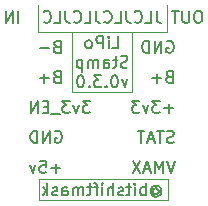
<source format=gbr>
%TF.GenerationSoftware,KiCad,Pcbnew,5.1.8*%
%TF.CreationDate,2020-11-29T14:50:24+01:00*%
%TF.ProjectId,lipo-stamp-proto,6c69706f-2d73-4746-916d-702d70726f74,rev?*%
%TF.SameCoordinates,Original*%
%TF.FileFunction,Legend,Bot*%
%TF.FilePolarity,Positive*%
%FSLAX46Y46*%
G04 Gerber Fmt 4.6, Leading zero omitted, Abs format (unit mm)*
G04 Created by KiCad (PCBNEW 5.1.8) date 2020-11-29 14:50:24*
%MOMM*%
%LPD*%
G01*
G04 APERTURE LIST*
%ADD10C,0.150000*%
%ADD11C,0.120000*%
G04 APERTURE END LIST*
D10*
X125079000Y-51522380D02*
X124888523Y-51522380D01*
X124793285Y-51570000D01*
X124698047Y-51665238D01*
X124650428Y-51855714D01*
X124650428Y-52189047D01*
X124698047Y-52379523D01*
X124793285Y-52474761D01*
X124888523Y-52522380D01*
X125079000Y-52522380D01*
X125174238Y-52474761D01*
X125269476Y-52379523D01*
X125317095Y-52189047D01*
X125317095Y-51855714D01*
X125269476Y-51665238D01*
X125174238Y-51570000D01*
X125079000Y-51522380D01*
X124221857Y-51522380D02*
X124221857Y-52331904D01*
X124174238Y-52427142D01*
X124126619Y-52474761D01*
X124031380Y-52522380D01*
X123840904Y-52522380D01*
X123745666Y-52474761D01*
X123698047Y-52427142D01*
X123650428Y-52331904D01*
X123650428Y-51522380D01*
X123317095Y-51522380D02*
X122745666Y-51522380D01*
X123031380Y-52522380D02*
X123031380Y-51522380D01*
X109743809Y-52522380D02*
X109743809Y-51522380D01*
X109267619Y-52522380D02*
X109267619Y-51522380D01*
X108696190Y-52522380D01*
X108696190Y-51522380D01*
D11*
X111506000Y-65786000D02*
X122428000Y-65786000D01*
X111506000Y-67564000D02*
X111506000Y-65786000D01*
X122428000Y-67564000D02*
X111506000Y-67564000D01*
X122428000Y-65786000D02*
X122428000Y-67564000D01*
X114300000Y-58420000D02*
X114300000Y-53340000D01*
X119380000Y-58420000D02*
X114300000Y-58420000D01*
X119380000Y-53340000D02*
X119380000Y-58420000D01*
X111379000Y-53340000D02*
X111379000Y-51054000D01*
X122301000Y-53340000D02*
X111379000Y-53340000D01*
X122301000Y-51054000D02*
X122301000Y-53340000D01*
D10*
X121197142Y-66651190D02*
X121244761Y-66603571D01*
X121340000Y-66555952D01*
X121435238Y-66555952D01*
X121530476Y-66603571D01*
X121578095Y-66651190D01*
X121625714Y-66746428D01*
X121625714Y-66841666D01*
X121578095Y-66936904D01*
X121530476Y-66984523D01*
X121435238Y-67032142D01*
X121340000Y-67032142D01*
X121244761Y-66984523D01*
X121197142Y-66936904D01*
X121197142Y-66555952D02*
X121197142Y-66936904D01*
X121149523Y-66984523D01*
X121101904Y-66984523D01*
X121006666Y-66936904D01*
X120959047Y-66841666D01*
X120959047Y-66603571D01*
X121054285Y-66460714D01*
X121197142Y-66365476D01*
X121387619Y-66317857D01*
X121578095Y-66365476D01*
X121720952Y-66460714D01*
X121816190Y-66603571D01*
X121863809Y-66794047D01*
X121816190Y-66984523D01*
X121720952Y-67127380D01*
X121578095Y-67222619D01*
X121387619Y-67270238D01*
X121197142Y-67222619D01*
X121054285Y-67127380D01*
X120530476Y-67127380D02*
X120530476Y-66127380D01*
X120530476Y-66508333D02*
X120435238Y-66460714D01*
X120244761Y-66460714D01*
X120149523Y-66508333D01*
X120101904Y-66555952D01*
X120054285Y-66651190D01*
X120054285Y-66936904D01*
X120101904Y-67032142D01*
X120149523Y-67079761D01*
X120244761Y-67127380D01*
X120435238Y-67127380D01*
X120530476Y-67079761D01*
X119625714Y-67127380D02*
X119625714Y-66460714D01*
X119625714Y-66127380D02*
X119673333Y-66175000D01*
X119625714Y-66222619D01*
X119578095Y-66175000D01*
X119625714Y-66127380D01*
X119625714Y-66222619D01*
X119292380Y-66460714D02*
X118911428Y-66460714D01*
X119149523Y-66127380D02*
X119149523Y-66984523D01*
X119101904Y-67079761D01*
X119006666Y-67127380D01*
X118911428Y-67127380D01*
X118625714Y-67079761D02*
X118530476Y-67127380D01*
X118340000Y-67127380D01*
X118244761Y-67079761D01*
X118197142Y-66984523D01*
X118197142Y-66936904D01*
X118244761Y-66841666D01*
X118340000Y-66794047D01*
X118482857Y-66794047D01*
X118578095Y-66746428D01*
X118625714Y-66651190D01*
X118625714Y-66603571D01*
X118578095Y-66508333D01*
X118482857Y-66460714D01*
X118340000Y-66460714D01*
X118244761Y-66508333D01*
X117768571Y-67127380D02*
X117768571Y-66127380D01*
X117340000Y-67127380D02*
X117340000Y-66603571D01*
X117387619Y-66508333D01*
X117482857Y-66460714D01*
X117625714Y-66460714D01*
X117720952Y-66508333D01*
X117768571Y-66555952D01*
X116863809Y-67127380D02*
X116863809Y-66460714D01*
X116863809Y-66127380D02*
X116911428Y-66175000D01*
X116863809Y-66222619D01*
X116816190Y-66175000D01*
X116863809Y-66127380D01*
X116863809Y-66222619D01*
X116530476Y-66460714D02*
X116149523Y-66460714D01*
X116387619Y-67127380D02*
X116387619Y-66270238D01*
X116340000Y-66175000D01*
X116244761Y-66127380D01*
X116149523Y-66127380D01*
X115959047Y-66460714D02*
X115578095Y-66460714D01*
X115816190Y-66127380D02*
X115816190Y-66984523D01*
X115768571Y-67079761D01*
X115673333Y-67127380D01*
X115578095Y-67127380D01*
X115244761Y-67127380D02*
X115244761Y-66460714D01*
X115244761Y-66555952D02*
X115197142Y-66508333D01*
X115101904Y-66460714D01*
X114959047Y-66460714D01*
X114863809Y-66508333D01*
X114816190Y-66603571D01*
X114816190Y-67127380D01*
X114816190Y-66603571D02*
X114768571Y-66508333D01*
X114673333Y-66460714D01*
X114530476Y-66460714D01*
X114435238Y-66508333D01*
X114387619Y-66603571D01*
X114387619Y-67127380D01*
X113482857Y-67127380D02*
X113482857Y-66603571D01*
X113530476Y-66508333D01*
X113625714Y-66460714D01*
X113816190Y-66460714D01*
X113911428Y-66508333D01*
X113482857Y-67079761D02*
X113578095Y-67127380D01*
X113816190Y-67127380D01*
X113911428Y-67079761D01*
X113959047Y-66984523D01*
X113959047Y-66889285D01*
X113911428Y-66794047D01*
X113816190Y-66746428D01*
X113578095Y-66746428D01*
X113482857Y-66698809D01*
X113054285Y-67079761D02*
X112959047Y-67127380D01*
X112768571Y-67127380D01*
X112673333Y-67079761D01*
X112625714Y-66984523D01*
X112625714Y-66936904D01*
X112673333Y-66841666D01*
X112768571Y-66794047D01*
X112911428Y-66794047D01*
X113006666Y-66746428D01*
X113054285Y-66651190D01*
X113054285Y-66603571D01*
X113006666Y-66508333D01*
X112911428Y-66460714D01*
X112768571Y-66460714D01*
X112673333Y-66508333D01*
X112197142Y-67127380D02*
X112197142Y-66127380D01*
X112101904Y-66746428D02*
X111816190Y-67127380D01*
X111816190Y-66460714D02*
X112197142Y-66841666D01*
X117720952Y-54682380D02*
X118197142Y-54682380D01*
X118197142Y-53682380D01*
X117387619Y-54682380D02*
X117387619Y-54015714D01*
X117387619Y-53682380D02*
X117435238Y-53730000D01*
X117387619Y-53777619D01*
X117340000Y-53730000D01*
X117387619Y-53682380D01*
X117387619Y-53777619D01*
X116911428Y-54682380D02*
X116911428Y-53682380D01*
X116530476Y-53682380D01*
X116435238Y-53730000D01*
X116387619Y-53777619D01*
X116340000Y-53872857D01*
X116340000Y-54015714D01*
X116387619Y-54110952D01*
X116435238Y-54158571D01*
X116530476Y-54206190D01*
X116911428Y-54206190D01*
X115768571Y-54682380D02*
X115863809Y-54634761D01*
X115911428Y-54587142D01*
X115959047Y-54491904D01*
X115959047Y-54206190D01*
X115911428Y-54110952D01*
X115863809Y-54063333D01*
X115768571Y-54015714D01*
X115625714Y-54015714D01*
X115530476Y-54063333D01*
X115482857Y-54110952D01*
X115435238Y-54206190D01*
X115435238Y-54491904D01*
X115482857Y-54587142D01*
X115530476Y-54634761D01*
X115625714Y-54682380D01*
X115768571Y-54682380D01*
X118982857Y-56284761D02*
X118840000Y-56332380D01*
X118601904Y-56332380D01*
X118506666Y-56284761D01*
X118459047Y-56237142D01*
X118411428Y-56141904D01*
X118411428Y-56046666D01*
X118459047Y-55951428D01*
X118506666Y-55903809D01*
X118601904Y-55856190D01*
X118792380Y-55808571D01*
X118887619Y-55760952D01*
X118935238Y-55713333D01*
X118982857Y-55618095D01*
X118982857Y-55522857D01*
X118935238Y-55427619D01*
X118887619Y-55380000D01*
X118792380Y-55332380D01*
X118554285Y-55332380D01*
X118411428Y-55380000D01*
X118125714Y-55665714D02*
X117744761Y-55665714D01*
X117982857Y-55332380D02*
X117982857Y-56189523D01*
X117935238Y-56284761D01*
X117840000Y-56332380D01*
X117744761Y-56332380D01*
X116982857Y-56332380D02*
X116982857Y-55808571D01*
X117030476Y-55713333D01*
X117125714Y-55665714D01*
X117316190Y-55665714D01*
X117411428Y-55713333D01*
X116982857Y-56284761D02*
X117078095Y-56332380D01*
X117316190Y-56332380D01*
X117411428Y-56284761D01*
X117459047Y-56189523D01*
X117459047Y-56094285D01*
X117411428Y-55999047D01*
X117316190Y-55951428D01*
X117078095Y-55951428D01*
X116982857Y-55903809D01*
X116506666Y-56332380D02*
X116506666Y-55665714D01*
X116506666Y-55760952D02*
X116459047Y-55713333D01*
X116363809Y-55665714D01*
X116220952Y-55665714D01*
X116125714Y-55713333D01*
X116078095Y-55808571D01*
X116078095Y-56332380D01*
X116078095Y-55808571D02*
X116030476Y-55713333D01*
X115935238Y-55665714D01*
X115792380Y-55665714D01*
X115697142Y-55713333D01*
X115649523Y-55808571D01*
X115649523Y-56332380D01*
X115173333Y-55665714D02*
X115173333Y-56665714D01*
X115173333Y-55713333D02*
X115078095Y-55665714D01*
X114887619Y-55665714D01*
X114792380Y-55713333D01*
X114744761Y-55760952D01*
X114697142Y-55856190D01*
X114697142Y-56141904D01*
X114744761Y-56237142D01*
X114792380Y-56284761D01*
X114887619Y-56332380D01*
X115078095Y-56332380D01*
X115173333Y-56284761D01*
X118982857Y-57315714D02*
X118744761Y-57982380D01*
X118506666Y-57315714D01*
X117935238Y-56982380D02*
X117840000Y-56982380D01*
X117744761Y-57030000D01*
X117697142Y-57077619D01*
X117649523Y-57172857D01*
X117601904Y-57363333D01*
X117601904Y-57601428D01*
X117649523Y-57791904D01*
X117697142Y-57887142D01*
X117744761Y-57934761D01*
X117840000Y-57982380D01*
X117935238Y-57982380D01*
X118030476Y-57934761D01*
X118078095Y-57887142D01*
X118125714Y-57791904D01*
X118173333Y-57601428D01*
X118173333Y-57363333D01*
X118125714Y-57172857D01*
X118078095Y-57077619D01*
X118030476Y-57030000D01*
X117935238Y-56982380D01*
X117173333Y-57887142D02*
X117125714Y-57934761D01*
X117173333Y-57982380D01*
X117220952Y-57934761D01*
X117173333Y-57887142D01*
X117173333Y-57982380D01*
X116792380Y-56982380D02*
X116173333Y-56982380D01*
X116506666Y-57363333D01*
X116363809Y-57363333D01*
X116268571Y-57410952D01*
X116220952Y-57458571D01*
X116173333Y-57553809D01*
X116173333Y-57791904D01*
X116220952Y-57887142D01*
X116268571Y-57934761D01*
X116363809Y-57982380D01*
X116649523Y-57982380D01*
X116744761Y-57934761D01*
X116792380Y-57887142D01*
X115744761Y-57887142D02*
X115697142Y-57934761D01*
X115744761Y-57982380D01*
X115792380Y-57934761D01*
X115744761Y-57887142D01*
X115744761Y-57982380D01*
X115078095Y-56982380D02*
X114982857Y-56982380D01*
X114887619Y-57030000D01*
X114840000Y-57077619D01*
X114792380Y-57172857D01*
X114744761Y-57363333D01*
X114744761Y-57601428D01*
X114792380Y-57791904D01*
X114840000Y-57887142D01*
X114887619Y-57934761D01*
X114982857Y-57982380D01*
X115078095Y-57982380D01*
X115173333Y-57934761D01*
X115220952Y-57887142D01*
X115268571Y-57791904D01*
X115316190Y-57601428D01*
X115316190Y-57363333D01*
X115268571Y-57172857D01*
X115220952Y-57077619D01*
X115173333Y-57030000D01*
X115078095Y-56982380D01*
X121459047Y-51522380D02*
X121459047Y-52236666D01*
X121506666Y-52379523D01*
X121601904Y-52474761D01*
X121744761Y-52522380D01*
X121840000Y-52522380D01*
X120506666Y-52522380D02*
X120982857Y-52522380D01*
X120982857Y-51522380D01*
X119601904Y-52427142D02*
X119649523Y-52474761D01*
X119792380Y-52522380D01*
X119887619Y-52522380D01*
X120030476Y-52474761D01*
X120125714Y-52379523D01*
X120173333Y-52284285D01*
X120220952Y-52093809D01*
X120220952Y-51950952D01*
X120173333Y-51760476D01*
X120125714Y-51665238D01*
X120030476Y-51570000D01*
X119887619Y-51522380D01*
X119792380Y-51522380D01*
X119649523Y-51570000D01*
X119601904Y-51617619D01*
X118887619Y-51522380D02*
X118887619Y-52236666D01*
X118935238Y-52379523D01*
X119030476Y-52474761D01*
X119173333Y-52522380D01*
X119268571Y-52522380D01*
X117935238Y-52522380D02*
X118411428Y-52522380D01*
X118411428Y-51522380D01*
X117030476Y-52427142D02*
X117078095Y-52474761D01*
X117220952Y-52522380D01*
X117316190Y-52522380D01*
X117459047Y-52474761D01*
X117554285Y-52379523D01*
X117601904Y-52284285D01*
X117649523Y-52093809D01*
X117649523Y-51950952D01*
X117601904Y-51760476D01*
X117554285Y-51665238D01*
X117459047Y-51570000D01*
X117316190Y-51522380D01*
X117220952Y-51522380D01*
X117078095Y-51570000D01*
X117030476Y-51617619D01*
X116316190Y-51522380D02*
X116316190Y-52236666D01*
X116363809Y-52379523D01*
X116459047Y-52474761D01*
X116601904Y-52522380D01*
X116697142Y-52522380D01*
X115363809Y-52522380D02*
X115840000Y-52522380D01*
X115840000Y-51522380D01*
X114459047Y-52427142D02*
X114506666Y-52474761D01*
X114649523Y-52522380D01*
X114744761Y-52522380D01*
X114887619Y-52474761D01*
X114982857Y-52379523D01*
X115030476Y-52284285D01*
X115078095Y-52093809D01*
X115078095Y-51950952D01*
X115030476Y-51760476D01*
X114982857Y-51665238D01*
X114887619Y-51570000D01*
X114744761Y-51522380D01*
X114649523Y-51522380D01*
X114506666Y-51570000D01*
X114459047Y-51617619D01*
X113744761Y-51522380D02*
X113744761Y-52236666D01*
X113792380Y-52379523D01*
X113887619Y-52474761D01*
X114030476Y-52522380D01*
X114125714Y-52522380D01*
X112792380Y-52522380D02*
X113268571Y-52522380D01*
X113268571Y-51522380D01*
X111887619Y-52427142D02*
X111935238Y-52474761D01*
X112078095Y-52522380D01*
X112173333Y-52522380D01*
X112316190Y-52474761D01*
X112411428Y-52379523D01*
X112459047Y-52284285D01*
X112506666Y-52093809D01*
X112506666Y-51950952D01*
X112459047Y-51760476D01*
X112411428Y-51665238D01*
X112316190Y-51570000D01*
X112173333Y-51522380D01*
X112078095Y-51522380D01*
X111935238Y-51570000D01*
X111887619Y-51617619D01*
X122997261Y-64222380D02*
X122663928Y-65222380D01*
X122330595Y-64222380D01*
X121997261Y-65222380D02*
X121997261Y-64222380D01*
X121663928Y-64936666D01*
X121330595Y-64222380D01*
X121330595Y-65222380D01*
X120902023Y-64936666D02*
X120425833Y-64936666D01*
X120997261Y-65222380D02*
X120663928Y-64222380D01*
X120330595Y-65222380D01*
X120092500Y-64222380D02*
X119425833Y-65222380D01*
X119425833Y-64222380D02*
X120092500Y-65222380D01*
X122902023Y-62634761D02*
X122759166Y-62682380D01*
X122521071Y-62682380D01*
X122425833Y-62634761D01*
X122378214Y-62587142D01*
X122330595Y-62491904D01*
X122330595Y-62396666D01*
X122378214Y-62301428D01*
X122425833Y-62253809D01*
X122521071Y-62206190D01*
X122711547Y-62158571D01*
X122806785Y-62110952D01*
X122854404Y-62063333D01*
X122902023Y-61968095D01*
X122902023Y-61872857D01*
X122854404Y-61777619D01*
X122806785Y-61730000D01*
X122711547Y-61682380D01*
X122473452Y-61682380D01*
X122330595Y-61730000D01*
X122044880Y-61682380D02*
X121473452Y-61682380D01*
X121759166Y-62682380D02*
X121759166Y-61682380D01*
X121187738Y-62396666D02*
X120711547Y-62396666D01*
X121282976Y-62682380D02*
X120949642Y-61682380D01*
X120616309Y-62682380D01*
X120425833Y-61682380D02*
X119854404Y-61682380D01*
X120140119Y-62682380D02*
X120140119Y-61682380D01*
X122854404Y-59761428D02*
X122092500Y-59761428D01*
X122473452Y-60142380D02*
X122473452Y-59380476D01*
X121711547Y-59142380D02*
X121092500Y-59142380D01*
X121425833Y-59523333D01*
X121282976Y-59523333D01*
X121187738Y-59570952D01*
X121140119Y-59618571D01*
X121092500Y-59713809D01*
X121092500Y-59951904D01*
X121140119Y-60047142D01*
X121187738Y-60094761D01*
X121282976Y-60142380D01*
X121568690Y-60142380D01*
X121663928Y-60094761D01*
X121711547Y-60047142D01*
X120759166Y-59475714D02*
X120521071Y-60142380D01*
X120282976Y-59475714D01*
X119997261Y-59142380D02*
X119378214Y-59142380D01*
X119711547Y-59523333D01*
X119568690Y-59523333D01*
X119473452Y-59570952D01*
X119425833Y-59618571D01*
X119378214Y-59713809D01*
X119378214Y-59951904D01*
X119425833Y-60047142D01*
X119473452Y-60094761D01*
X119568690Y-60142380D01*
X119854404Y-60142380D01*
X119949642Y-60094761D01*
X119997261Y-60047142D01*
X122521071Y-57078571D02*
X122378214Y-57126190D01*
X122330595Y-57173809D01*
X122282976Y-57269047D01*
X122282976Y-57411904D01*
X122330595Y-57507142D01*
X122378214Y-57554761D01*
X122473452Y-57602380D01*
X122854404Y-57602380D01*
X122854404Y-56602380D01*
X122521071Y-56602380D01*
X122425833Y-56650000D01*
X122378214Y-56697619D01*
X122330595Y-56792857D01*
X122330595Y-56888095D01*
X122378214Y-56983333D01*
X122425833Y-57030952D01*
X122521071Y-57078571D01*
X122854404Y-57078571D01*
X121854404Y-57221428D02*
X121092500Y-57221428D01*
X121473452Y-57602380D02*
X121473452Y-56840476D01*
X122330595Y-54110000D02*
X122425833Y-54062380D01*
X122568690Y-54062380D01*
X122711547Y-54110000D01*
X122806785Y-54205238D01*
X122854404Y-54300476D01*
X122902023Y-54490952D01*
X122902023Y-54633809D01*
X122854404Y-54824285D01*
X122806785Y-54919523D01*
X122711547Y-55014761D01*
X122568690Y-55062380D01*
X122473452Y-55062380D01*
X122330595Y-55014761D01*
X122282976Y-54967142D01*
X122282976Y-54633809D01*
X122473452Y-54633809D01*
X121854404Y-55062380D02*
X121854404Y-54062380D01*
X121282976Y-55062380D01*
X121282976Y-54062380D01*
X120806785Y-55062380D02*
X120806785Y-54062380D01*
X120568690Y-54062380D01*
X120425833Y-54110000D01*
X120330595Y-54205238D01*
X120282976Y-54300476D01*
X120235357Y-54490952D01*
X120235357Y-54633809D01*
X120282976Y-54824285D01*
X120330595Y-54919523D01*
X120425833Y-55014761D01*
X120568690Y-55062380D01*
X120806785Y-55062380D01*
X113301785Y-64841428D02*
X112539880Y-64841428D01*
X112920833Y-65222380D02*
X112920833Y-64460476D01*
X111587500Y-64222380D02*
X112063690Y-64222380D01*
X112111309Y-64698571D01*
X112063690Y-64650952D01*
X111968452Y-64603333D01*
X111730357Y-64603333D01*
X111635119Y-64650952D01*
X111587500Y-64698571D01*
X111539880Y-64793809D01*
X111539880Y-65031904D01*
X111587500Y-65127142D01*
X111635119Y-65174761D01*
X111730357Y-65222380D01*
X111968452Y-65222380D01*
X112063690Y-65174761D01*
X112111309Y-65127142D01*
X111206547Y-64555714D02*
X110968452Y-65222380D01*
X110730357Y-64555714D01*
X112873214Y-61730000D02*
X112968452Y-61682380D01*
X113111309Y-61682380D01*
X113254166Y-61730000D01*
X113349404Y-61825238D01*
X113397023Y-61920476D01*
X113444642Y-62110952D01*
X113444642Y-62253809D01*
X113397023Y-62444285D01*
X113349404Y-62539523D01*
X113254166Y-62634761D01*
X113111309Y-62682380D01*
X113016071Y-62682380D01*
X112873214Y-62634761D01*
X112825595Y-62587142D01*
X112825595Y-62253809D01*
X113016071Y-62253809D01*
X112397023Y-62682380D02*
X112397023Y-61682380D01*
X111825595Y-62682380D01*
X111825595Y-61682380D01*
X111349404Y-62682380D02*
X111349404Y-61682380D01*
X111111309Y-61682380D01*
X110968452Y-61730000D01*
X110873214Y-61825238D01*
X110825595Y-61920476D01*
X110777976Y-62110952D01*
X110777976Y-62253809D01*
X110825595Y-62444285D01*
X110873214Y-62539523D01*
X110968452Y-62634761D01*
X111111309Y-62682380D01*
X111349404Y-62682380D01*
X115825595Y-59142380D02*
X115206547Y-59142380D01*
X115539880Y-59523333D01*
X115397023Y-59523333D01*
X115301785Y-59570952D01*
X115254166Y-59618571D01*
X115206547Y-59713809D01*
X115206547Y-59951904D01*
X115254166Y-60047142D01*
X115301785Y-60094761D01*
X115397023Y-60142380D01*
X115682738Y-60142380D01*
X115777976Y-60094761D01*
X115825595Y-60047142D01*
X114873214Y-59475714D02*
X114635119Y-60142380D01*
X114397023Y-59475714D01*
X114111309Y-59142380D02*
X113492261Y-59142380D01*
X113825595Y-59523333D01*
X113682738Y-59523333D01*
X113587500Y-59570952D01*
X113539880Y-59618571D01*
X113492261Y-59713809D01*
X113492261Y-59951904D01*
X113539880Y-60047142D01*
X113587500Y-60094761D01*
X113682738Y-60142380D01*
X113968452Y-60142380D01*
X114063690Y-60094761D01*
X114111309Y-60047142D01*
X113301785Y-60237619D02*
X112539880Y-60237619D01*
X112301785Y-59618571D02*
X111968452Y-59618571D01*
X111825595Y-60142380D02*
X112301785Y-60142380D01*
X112301785Y-59142380D01*
X111825595Y-59142380D01*
X111397023Y-60142380D02*
X111397023Y-59142380D01*
X110825595Y-60142380D01*
X110825595Y-59142380D01*
X112996071Y-57078571D02*
X112853214Y-57126190D01*
X112805595Y-57173809D01*
X112757976Y-57269047D01*
X112757976Y-57411904D01*
X112805595Y-57507142D01*
X112853214Y-57554761D01*
X112948452Y-57602380D01*
X113329404Y-57602380D01*
X113329404Y-56602380D01*
X112996071Y-56602380D01*
X112900833Y-56650000D01*
X112853214Y-56697619D01*
X112805595Y-56792857D01*
X112805595Y-56888095D01*
X112853214Y-56983333D01*
X112900833Y-57030952D01*
X112996071Y-57078571D01*
X113329404Y-57078571D01*
X112329404Y-57221428D02*
X111567500Y-57221428D01*
X111948452Y-57602380D02*
X111948452Y-56840476D01*
X112996071Y-54538571D02*
X112853214Y-54586190D01*
X112805595Y-54633809D01*
X112757976Y-54729047D01*
X112757976Y-54871904D01*
X112805595Y-54967142D01*
X112853214Y-55014761D01*
X112948452Y-55062380D01*
X113329404Y-55062380D01*
X113329404Y-54062380D01*
X112996071Y-54062380D01*
X112900833Y-54110000D01*
X112853214Y-54157619D01*
X112805595Y-54252857D01*
X112805595Y-54348095D01*
X112853214Y-54443333D01*
X112900833Y-54490952D01*
X112996071Y-54538571D01*
X113329404Y-54538571D01*
X112329404Y-54681428D02*
X111567500Y-54681428D01*
M02*

</source>
